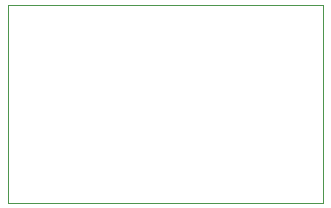
<source format=gbp>
G75*
%MOIN*%
%OFA0B0*%
%FSLAX24Y24*%
%IPPOS*%
%LPD*%
%AMOC8*
5,1,8,0,0,1.08239X$1,22.5*
%
%ADD10C,0.0000*%
D10*
X003219Y000180D02*
X003219Y006780D01*
X013719Y006780D01*
X013719Y000180D01*
X003219Y000180D01*
M02*

</source>
